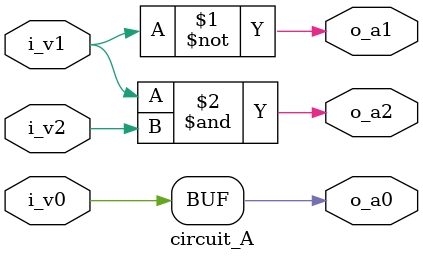
<source format=v>

`default_nettype none

module circuit_A(
	input 	i_v2,
	input 	i_v1,
	input 	i_v0,
	output 	o_a0,
	output 	o_a1,
	output 	o_a2
);

	assign o_a0 = i_v0;
	assign o_a1 = ~i_v1;
	assign o_a2 = i_v1 & i_v2;

endmodule

</source>
